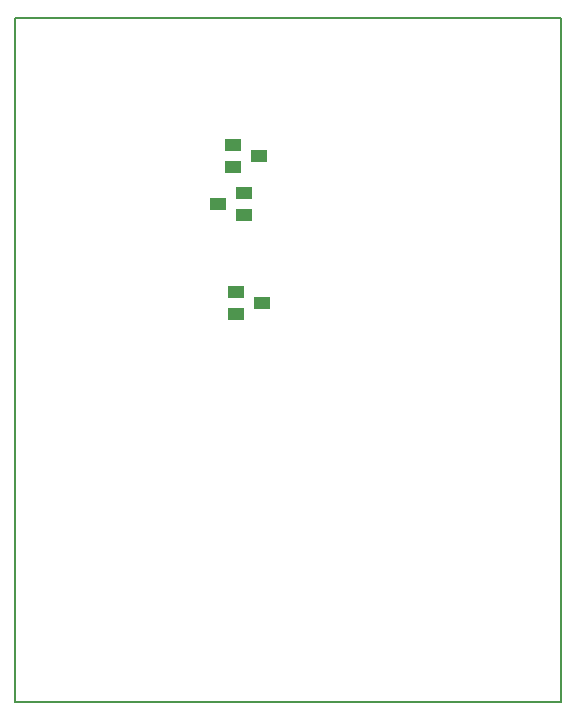
<source format=gbr>
%TF.GenerationSoftware,KiCad,Pcbnew,5.0.2-bee76a0~70~ubuntu18.04.1*%
%TF.CreationDate,2019-10-11T23:30:34+02:00*%
%TF.ProjectId,ESP8266-LolinV3-Lamp,45535038-3236-4362-9d4c-6f6c696e5633,1.0*%
%TF.SameCoordinates,Original*%
%TF.FileFunction,Paste,Bot*%
%TF.FilePolarity,Positive*%
%FSLAX46Y46*%
G04 Gerber Fmt 4.6, Leading zero omitted, Abs format (unit mm)*
G04 Created by KiCad (PCBNEW 5.0.2-bee76a0~70~ubuntu18.04.1) date ven 11 ott 2019 23:30:34 CEST*
%MOMM*%
%LPD*%
G01*
G04 APERTURE LIST*
%ADD10C,0.150000*%
%ADD11R,1.400000X1.000000*%
G04 APERTURE END LIST*
D10*
X185674000Y-48768000D02*
X185674000Y-106680000D01*
X139446000Y-106680000D02*
X185674000Y-106680000D01*
X139446000Y-48768000D02*
X185674000Y-48768000D01*
X139446000Y-106680000D02*
X139446000Y-48768000D01*
D11*
X158158000Y-73848000D03*
X158158000Y-71948000D03*
X160358000Y-72898000D03*
X156634000Y-64516000D03*
X158834000Y-65466000D03*
X158834000Y-63566000D03*
X160104000Y-60452000D03*
X157904000Y-59502000D03*
X157904000Y-61402000D03*
M02*

</source>
